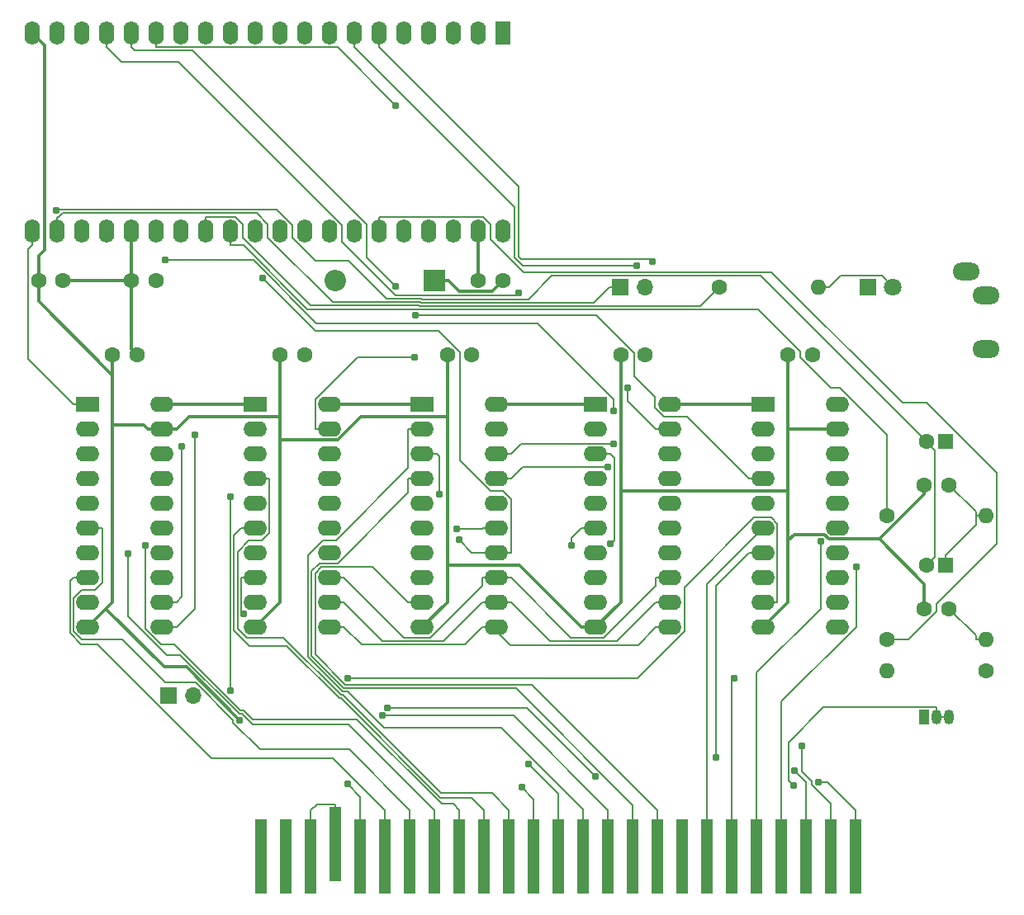
<source format=gbr>
%TF.GenerationSoftware,KiCad,Pcbnew,7.0.7*%
%TF.CreationDate,2023-10-18T23:35:30-07:00*%
%TF.ProjectId,WonrderTANG,576f6e72-6465-4725-9441-4e472e6b6963,rev?*%
%TF.SameCoordinates,Original*%
%TF.FileFunction,Copper,L1,Top*%
%TF.FilePolarity,Positive*%
%FSLAX46Y46*%
G04 Gerber Fmt 4.6, Leading zero omitted, Abs format (unit mm)*
G04 Created by KiCad (PCBNEW 7.0.7) date 2023-10-18 23:35:30*
%MOMM*%
%LPD*%
G01*
G04 APERTURE LIST*
%TA.AperFunction,ComponentPad*%
%ADD10C,1.600000*%
%TD*%
%TA.AperFunction,ComponentPad*%
%ADD11R,2.200000X2.200000*%
%TD*%
%TA.AperFunction,ComponentPad*%
%ADD12O,2.200000X2.200000*%
%TD*%
%TA.AperFunction,ComponentPad*%
%ADD13R,1.600000X1.600000*%
%TD*%
%TA.AperFunction,ComponentPad*%
%ADD14R,2.400000X1.600000*%
%TD*%
%TA.AperFunction,ComponentPad*%
%ADD15O,2.400000X1.600000*%
%TD*%
%TA.AperFunction,ComponentPad*%
%ADD16R,1.700000X1.700000*%
%TD*%
%TA.AperFunction,ComponentPad*%
%ADD17O,1.700000X1.700000*%
%TD*%
%TA.AperFunction,ComponentPad*%
%ADD18O,1.600000X1.600000*%
%TD*%
%TA.AperFunction,ComponentPad*%
%ADD19O,2.800000X1.800000*%
%TD*%
%TA.AperFunction,SMDPad,CuDef*%
%ADD20R,1.270000X7.620000*%
%TD*%
%TA.AperFunction,ComponentPad*%
%ADD21R,1.600000X2.400000*%
%TD*%
%TA.AperFunction,ComponentPad*%
%ADD22O,1.600000X2.400000*%
%TD*%
%TA.AperFunction,ComponentPad*%
%ADD23R,1.800000X1.800000*%
%TD*%
%TA.AperFunction,ComponentPad*%
%ADD24C,1.800000*%
%TD*%
%TA.AperFunction,ComponentPad*%
%ADD25R,1.050000X1.500000*%
%TD*%
%TA.AperFunction,ComponentPad*%
%ADD26O,1.050000X1.500000*%
%TD*%
%TA.AperFunction,ViaPad*%
%ADD27C,0.787400*%
%TD*%
%TA.AperFunction,Conductor*%
%ADD28C,0.304800*%
%TD*%
%TA.AperFunction,Conductor*%
%ADD29C,0.203200*%
%TD*%
G04 APERTURE END LIST*
D10*
%TO.P,C6,1*%
%TO.N,+3.3V*%
X85725000Y-88265000D03*
%TO.P,C6,2*%
%TO.N,GND*%
X83225000Y-88265000D03*
%TD*%
D11*
%TO.P,D2,1,K*%
%TO.N,+5V*%
X99060000Y-80645000D03*
D12*
%TO.P,D2,2,A*%
%TO.N,Net-(CON1-5V@1)*%
X88900000Y-80645000D03*
%TD*%
D10*
%TO.P,C8,1*%
%TO.N,+3.3V*%
X60960000Y-80645000D03*
%TO.P,C8,2*%
%TO.N,GND*%
X58460000Y-80645000D03*
%TD*%
%TO.P,C11,1*%
%TO.N,+3.3V*%
X68540000Y-88265000D03*
%TO.P,C11,2*%
%TO.N,GND*%
X66040000Y-88265000D03*
%TD*%
%TO.P,C5,1*%
%TO.N,+3.3V*%
X67945000Y-80645000D03*
%TO.P,C5,2*%
%TO.N,GND*%
X70445000Y-80645000D03*
%TD*%
D13*
%TO.P,C3,1*%
%TO.N,Net-(C3-Pad1)*%
X151450100Y-97155000D03*
D10*
%TO.P,C3,2*%
%TO.N,/AUDIO*%
X149450100Y-97155000D03*
%TD*%
D13*
%TO.P,C1,1*%
%TO.N,Net-(C1-Pad1)*%
X151450100Y-109855000D03*
D10*
%TO.P,C1,2*%
%TO.N,/AUDIO*%
X149450100Y-109855000D03*
%TD*%
D14*
%TO.P,U1,1,A->B*%
%TO.N,+3.3V*%
X80645000Y-93345000D03*
D15*
%TO.P,U1,2,A0*%
%TO.N,A0*%
X80645000Y-95885000D03*
%TO.P,U1,3,A1*%
%TO.N,A1*%
X80645000Y-98425000D03*
%TO.P,U1,4,A2*%
%TO.N,A2*%
X80645000Y-100965000D03*
%TO.P,U1,5,A3*%
%TO.N,A3*%
X80645000Y-103505000D03*
%TO.P,U1,6,A4*%
%TO.N,A4*%
X80645000Y-106045000D03*
%TO.P,U1,7,A5*%
%TO.N,A5*%
X80645000Y-108585000D03*
%TO.P,U1,8,A6*%
%TO.N,A6*%
X80645000Y-111125000D03*
%TO.P,U1,9,A7*%
%TO.N,A7*%
X80645000Y-113665000D03*
%TO.P,U1,10,GND*%
%TO.N,GND*%
X80645000Y-116205000D03*
%TO.P,U1,11,B7*%
%TO.N,MP7_33*%
X88265000Y-116205000D03*
%TO.P,U1,12,B6*%
%TO.N,MP6_33*%
X88265000Y-113665000D03*
%TO.P,U1,13,B5*%
%TO.N,MP5_33*%
X88265000Y-111125000D03*
%TO.P,U1,14,B4*%
%TO.N,MP4_33*%
X88265000Y-108585000D03*
%TO.P,U1,15,B3*%
%TO.N,MP3_33*%
X88265000Y-106045000D03*
%TO.P,U1,16,B2*%
%TO.N,MP2_33*%
X88265000Y-103505000D03*
%TO.P,U1,17,B1*%
%TO.N,MP1_33*%
X88265000Y-100965000D03*
%TO.P,U1,18,B0*%
%TO.N,MP0_33*%
X88265000Y-98425000D03*
%TO.P,U1,19,CE*%
%TO.N,MSEL0_33*%
X88265000Y-95885000D03*
%TO.P,U1,20,VCC*%
%TO.N,+3.3V*%
X88265000Y-93345000D03*
%TD*%
D16*
%TO.P,J3,1,Pin_1*%
%TO.N,/AUDIO*%
X71755000Y-123190000D03*
D17*
%TO.P,J3,2,Pin_2*%
%TO.N,SOUNDIN*%
X74295000Y-123190000D03*
%TD*%
D10*
%TO.P,R1,1*%
%TO.N,LED*%
X128270000Y-81280000D03*
D18*
%TO.P,R1,2*%
%TO.N,Net-(D1-A)*%
X138430000Y-81280000D03*
%TD*%
D19*
%TO.P,J2,R*%
%TO.N,/AUDIO*%
X155575000Y-87630000D03*
%TO.P,J2,S*%
%TO.N,GND*%
X153575000Y-79730000D03*
%TO.P,J2,T*%
%TO.N,/AUDIO*%
X155575000Y-82130000D03*
%TD*%
D20*
%TO.P,CON1,2,~{CS2}*%
%TO.N,CS2*%
X142240000Y-139700000D03*
%TO.P,CON1,4,~{SLTSL}*%
%TO.N,SLTSL*%
X139700000Y-139700000D03*
%TO.P,CON1,6,~{RFSH}*%
%TO.N,RFSH*%
X137160000Y-139700000D03*
%TO.P,CON1,8,~{INT}*%
%TO.N,INT*%
X134620000Y-139700000D03*
%TO.P,CON1,10,~{BUSDIR}*%
%TO.N,BUSDIR*%
X132080000Y-139700000D03*
%TO.P,CON1,12,~{MERQ}*%
%TO.N,MERQ*%
X129540000Y-139700000D03*
%TO.P,CON1,14,~{RD}*%
%TO.N,RD*%
X127000000Y-139700000D03*
%TO.P,CON1,16,RSV@2*%
%TO.N,unconnected-(CON1-RSV@2-Pad16)*%
X124460000Y-139700000D03*
%TO.P,CON1,18,A15*%
%TO.N,A15*%
X121920000Y-139700000D03*
%TO.P,CON1,20,A10*%
%TO.N,A10*%
X119380000Y-139700000D03*
%TO.P,CON1,22,A6*%
%TO.N,A6*%
X116840000Y-139700000D03*
%TO.P,CON1,24,A8*%
%TO.N,A8*%
X114300000Y-139700000D03*
%TO.P,CON1,26,A13*%
%TO.N,A13*%
X111760000Y-139700000D03*
%TO.P,CON1,28,A0*%
%TO.N,A0*%
X109220000Y-139700000D03*
%TO.P,CON1,30,A2*%
%TO.N,A2*%
X106680000Y-139700000D03*
%TO.P,CON1,32,A4*%
%TO.N,A4*%
X104140000Y-139700000D03*
%TO.P,CON1,34,D0*%
%TO.N,D0*%
X101600000Y-139700000D03*
%TO.P,CON1,36,D2*%
%TO.N,D2*%
X99060000Y-139700000D03*
%TO.P,CON1,38,D4*%
%TO.N,D4*%
X96520000Y-139700000D03*
%TO.P,CON1,40,D6*%
%TO.N,D6*%
X93980000Y-139700000D03*
%TO.P,CON1,42,CLOCK*%
%TO.N,CLOCK*%
X91440000Y-139700000D03*
%TO.P,CON1,44,SW1*%
%TO.N,Net-(CON1-SW1)*%
X88900000Y-138430000D03*
%TO.P,CON1,46,SW2*%
X86360000Y-139700000D03*
%TO.P,CON1,48,+12*%
%TO.N,unconnected-(CON1-+12-Pad48)*%
X83820000Y-139700000D03*
%TO.P,CON1,50,-12*%
%TO.N,unconnected-(CON1--12-Pad50)*%
X81280000Y-139700000D03*
%TD*%
D10*
%TO.P,R2,1*%
%TO.N,SOUND_33*%
X145415000Y-104775000D03*
D18*
%TO.P,R2,2*%
%TO.N,Net-(C1-Pad1)*%
X155575000Y-104775000D03*
%TD*%
D14*
%TO.P,U6,1,A->B*%
%TO.N,+3.3V*%
X115570000Y-93345000D03*
D15*
%TO.P,U6,2,A0*%
%TO.N,MERQ*%
X115570000Y-95885000D03*
%TO.P,U6,3,A1*%
%TO.N,IORQ*%
X115570000Y-98425000D03*
%TO.P,U6,4,A2*%
%TO.N,CS1*%
X115570000Y-100965000D03*
%TO.P,U6,5,A3*%
%TO.N,CS2*%
X115570000Y-103505000D03*
%TO.P,U6,6,A4*%
%TO.N,RESET*%
X115570000Y-106045000D03*
%TO.P,U6,7,A5*%
%TO.N,RFSH*%
X115570000Y-108585000D03*
%TO.P,U6,8,A6*%
%TO.N,CS12*%
X115570000Y-111125000D03*
%TO.P,U6,9,A7*%
%TO.N,M1*%
X115570000Y-113665000D03*
%TO.P,U6,10,GND*%
%TO.N,GND*%
X115570000Y-116205000D03*
%TO.P,U6,11,B7*%
%TO.N,MP7_33*%
X123190000Y-116205000D03*
%TO.P,U6,12,B6*%
%TO.N,MP6_33*%
X123190000Y-113665000D03*
%TO.P,U6,13,B5*%
%TO.N,MP5_33*%
X123190000Y-111125000D03*
%TO.P,U6,14,B4*%
%TO.N,MP4_33*%
X123190000Y-108585000D03*
%TO.P,U6,15,B3*%
%TO.N,MP3_33*%
X123190000Y-106045000D03*
%TO.P,U6,16,B2*%
%TO.N,MP2_33*%
X123190000Y-103505000D03*
%TO.P,U6,17,B1*%
%TO.N,MP1_33*%
X123190000Y-100965000D03*
%TO.P,U6,18,B0*%
%TO.N,MP0_33*%
X123190000Y-98425000D03*
%TO.P,U6,19,CE*%
%TO.N,MSEL2_33*%
X123190000Y-95885000D03*
%TO.P,U6,20,VCC*%
%TO.N,+3.3V*%
X123190000Y-93345000D03*
%TD*%
D10*
%TO.P,R4,1*%
%TO.N,+3.3V*%
X155575000Y-120650000D03*
D18*
%TO.P,R4,2*%
%TO.N,WAIT_33*%
X145415000Y-120650000D03*
%TD*%
D10*
%TO.P,C2,1*%
%TO.N,Net-(C1-Pad1)*%
X151765000Y-101600000D03*
%TO.P,C2,2*%
%TO.N,GND*%
X149265000Y-101600000D03*
%TD*%
D14*
%TO.P,U2,1,A->B*%
%TO.N,+3.3V*%
X132715000Y-93345000D03*
D15*
%TO.P,U2,2,A0*%
%TO.N,INT_33*%
X132715000Y-95885000D03*
%TO.P,U2,3,A1*%
%TO.N,BUSDIR_33*%
X132715000Y-98425000D03*
%TO.P,U2,4,A2*%
%TO.N,WAIT_33*%
X132715000Y-100965000D03*
%TO.P,U2,5,A3*%
%TO.N,unconnected-(U2-A3-Pad5)*%
X132715000Y-103505000D03*
%TO.P,U2,6,A4*%
%TO.N,RD*%
X132715000Y-106045000D03*
%TO.P,U2,7,A5*%
%TO.N,WR*%
X132715000Y-108585000D03*
%TO.P,U2,8,A6*%
%TO.N,SLTSL*%
X132715000Y-111125000D03*
%TO.P,U2,9,A7*%
%TO.N,CLOCK*%
X132715000Y-113665000D03*
%TO.P,U2,10,GND*%
%TO.N,GND*%
X132715000Y-116205000D03*
%TO.P,U2,11,B7*%
%TO.N,CLOCK_33*%
X140335000Y-116205000D03*
%TO.P,U2,12,B6*%
%TO.N,SLTSL_33*%
X140335000Y-113665000D03*
%TO.P,U2,13,B5*%
%TO.N,WR_33*%
X140335000Y-111125000D03*
%TO.P,U2,14,B4*%
%TO.N,RD_33*%
X140335000Y-108585000D03*
%TO.P,U2,15,B3*%
%TO.N,unconnected-(U2-B3-Pad15)*%
X140335000Y-106045000D03*
%TO.P,U2,16,B2*%
%TO.N,WAIT*%
X140335000Y-103505000D03*
%TO.P,U2,17,B1*%
%TO.N,BUSDIR*%
X140335000Y-100965000D03*
%TO.P,U2,18,B0*%
%TO.N,INT*%
X140335000Y-98425000D03*
%TO.P,U2,19,CE*%
%TO.N,GND*%
X140335000Y-95885000D03*
%TO.P,U2,20,VCC*%
%TO.N,+3.3V*%
X140335000Y-93345000D03*
%TD*%
D21*
%TO.P,U5,1,73_IOT40A*%
%TO.N,INT_33*%
X106045000Y-55245000D03*
D22*
%TO.P,U5,2,74_IOT34B*%
%TO.N,BUSDIR_33*%
X103505000Y-55245000D03*
%TO.P,U5,3,75_IOT34A*%
%TO.N,unconnected-(U5-75_IOT34A-Pad3)*%
X100965000Y-55245000D03*
%TO.P,U5,4,85_IOT4B*%
%TO.N,unconnected-(U5-85_IOT4B-Pad4)*%
X98425000Y-55245000D03*
%TO.P,U5,5,77_IOT30A*%
%TO.N,MP0_33*%
X95885000Y-55245000D03*
%TO.P,U5,6,15_IOL47A_LED0*%
%TO.N,RD_33*%
X93345000Y-55245000D03*
%TO.P,U5,7,16_IOL47B_LED1*%
%TO.N,WR_33*%
X90805000Y-55245000D03*
%TO.P,U5,8,27_IOB8A*%
%TO.N,MP1_33*%
X88265000Y-55245000D03*
%TO.P,U5,9,28_IOB8B*%
%TO.N,MP2_33*%
X85725000Y-55245000D03*
%TO.P,U5,10,25_IOB6A*%
%TO.N,MP3_33*%
X83185000Y-55245000D03*
%TO.P,U5,11,26_IOB6B*%
%TO.N,MP4_33*%
X80645000Y-55245000D03*
%TO.P,U5,12,29_IOB14A*%
%TO.N,MP5_33*%
X78105000Y-55245000D03*
%TO.P,U5,13,30_IOB14B*%
%TO.N,MP6_33*%
X75565000Y-55245000D03*
%TO.P,U5,14,31_IOB29A*%
%TO.N,MP7_33*%
X73025000Y-55245000D03*
%TO.P,U5,15,17_IOL49A_LED2*%
%TO.N,MSEL0_33*%
X70485000Y-55245000D03*
%TO.P,U5,16,20_IOL51B_LED5*%
%TO.N,MSEL1_33*%
X67945000Y-55245000D03*
%TO.P,U5,17,19_IOL51A_LED4*%
%TO.N,MSEL2_33*%
X65405000Y-55245000D03*
%TO.P,U5,18,18_IOL49B_LED3*%
%TO.N,SLTSL_33*%
X62865000Y-55245000D03*
%TO.P,U5,19,3V3*%
%TO.N,+3.3V*%
X60325000Y-55245000D03*
%TO.P,U5,20,GND*%
%TO.N,GND*%
X57785000Y-55245000D03*
%TO.P,U5,21,52_IOR39A*%
%TO.N,DATADIR*%
X57785000Y-75565000D03*
%TO.P,U5,22,53_IOR38B*%
%TO.N,JP*%
X60325000Y-75565000D03*
%TO.P,U5,23,71_IOT44A*%
%TO.N,D5_33*%
X62865000Y-75565000D03*
%TO.P,U5,24,72_IOT40B*%
%TO.N,D4_33*%
X65405000Y-75565000D03*
%TO.P,U5,25,3V3*%
%TO.N,+3.3V*%
X67945000Y-75565000D03*
%TO.P,U5,26,GND*%
%TO.N,GND*%
X70485000Y-75565000D03*
%TO.P,U5,27,79_IOT27B*%
%TO.N,D3_33*%
X73025000Y-75565000D03*
%TO.P,U5,28,86_IOT4A*%
%TO.N,LED*%
X75565000Y-75565000D03*
%TO.P,U5,29,49_IOR49A*%
%TO.N,SOUND_33*%
X78105000Y-75565000D03*
%TO.P,U5,30,55_IOR36B*%
%TO.N,D7_33*%
X80645000Y-75565000D03*
%TO.P,U5,31,48_IOR49B*%
%TO.N,D0_33*%
X83185000Y-75565000D03*
%TO.P,U5,32,51_IOR45A*%
%TO.N,D6_33*%
X85725000Y-75565000D03*
%TO.P,U5,33,54_IOR38A*%
%TO.N,D2_33*%
X88265000Y-75565000D03*
%TO.P,U5,34,56_IOR36A*%
%TO.N,D1_33*%
X90805000Y-75565000D03*
%TO.P,U5,35,41_IOB43A*%
%TO.N,AUDIO_33*%
X93345000Y-75565000D03*
%TO.P,U5,36,42_IOB42B*%
%TO.N,WAIT_33*%
X95885000Y-75565000D03*
%TO.P,U5,37,80_IOT27A*%
%TO.N,unconnected-(U5-80_IOT27A-Pad37)*%
X98425000Y-75565000D03*
%TO.P,U5,38,76_IOT30B*%
%TO.N,CLOCK_33*%
X100965000Y-75565000D03*
%TO.P,U5,39,GND*%
%TO.N,GND*%
X103505000Y-75565000D03*
%TO.P,U5,40,5V*%
%TO.N,+5V*%
X106045000Y-75565000D03*
%TD*%
D10*
%TO.P,C7,1*%
%TO.N,+3.3V*%
X102870000Y-88265000D03*
%TO.P,C7,2*%
%TO.N,GND*%
X100370000Y-88265000D03*
%TD*%
%TO.P,C10,1*%
%TO.N,+3.3V*%
X120650000Y-88265000D03*
%TO.P,C10,2*%
%TO.N,GND*%
X118150000Y-88265000D03*
%TD*%
%TO.P,C9,1*%
%TO.N,+3.3V*%
X137795000Y-88265000D03*
%TO.P,C9,2*%
%TO.N,GND*%
X135295000Y-88265000D03*
%TD*%
D23*
%TO.P,D1,1,K*%
%TO.N,GND*%
X143510000Y-81280000D03*
D24*
%TO.P,D1,2,A*%
%TO.N,Net-(D1-A)*%
X146050000Y-81280000D03*
%TD*%
D10*
%TO.P,C12,1*%
%TO.N,+5V*%
X106025000Y-80645000D03*
%TO.P,C12,2*%
%TO.N,GND*%
X103525000Y-80645000D03*
%TD*%
D14*
%TO.P,U4,1,A->B*%
%TO.N,DATADIR*%
X63500000Y-93345000D03*
D15*
%TO.P,U4,2,A0*%
%TO.N,D0*%
X63500000Y-95885000D03*
%TO.P,U4,3,A1*%
%TO.N,D1*%
X63500000Y-98425000D03*
%TO.P,U4,4,A2*%
%TO.N,D2*%
X63500000Y-100965000D03*
%TO.P,U4,5,A3*%
%TO.N,D3*%
X63500000Y-103505000D03*
%TO.P,U4,6,A4*%
%TO.N,D4*%
X63500000Y-106045000D03*
%TO.P,U4,7,A5*%
%TO.N,D5*%
X63500000Y-108585000D03*
%TO.P,U4,8,A6*%
%TO.N,D6*%
X63500000Y-111125000D03*
%TO.P,U4,9,A7*%
%TO.N,D7*%
X63500000Y-113665000D03*
%TO.P,U4,10,GND*%
%TO.N,GND*%
X63500000Y-116205000D03*
%TO.P,U4,11,B7*%
%TO.N,D7_33*%
X71120000Y-116205000D03*
%TO.P,U4,12,B6*%
%TO.N,D6_33*%
X71120000Y-113665000D03*
%TO.P,U4,13,B5*%
%TO.N,D5_33*%
X71120000Y-111125000D03*
%TO.P,U4,14,B4*%
%TO.N,D4_33*%
X71120000Y-108585000D03*
%TO.P,U4,15,B3*%
%TO.N,D3_33*%
X71120000Y-106045000D03*
%TO.P,U4,16,B2*%
%TO.N,D2_33*%
X71120000Y-103505000D03*
%TO.P,U4,17,B1*%
%TO.N,D1_33*%
X71120000Y-100965000D03*
%TO.P,U4,18,B0*%
%TO.N,D0_33*%
X71120000Y-98425000D03*
%TO.P,U4,19,CE*%
%TO.N,GND*%
X71120000Y-95885000D03*
%TO.P,U4,20,VCC*%
%TO.N,+3.3V*%
X71120000Y-93345000D03*
%TD*%
D10*
%TO.P,C4,1*%
%TO.N,Net-(C3-Pad1)*%
X151745000Y-114300000D03*
%TO.P,C4,2*%
%TO.N,GND*%
X149245000Y-114300000D03*
%TD*%
D14*
%TO.P,U3,1,A->B*%
%TO.N,+3.3V*%
X97790000Y-93345000D03*
D15*
%TO.P,U3,2,A0*%
%TO.N,A8*%
X97790000Y-95885000D03*
%TO.P,U3,3,A1*%
%TO.N,A9*%
X97790000Y-98425000D03*
%TO.P,U3,4,A2*%
%TO.N,A10*%
X97790000Y-100965000D03*
%TO.P,U3,5,A3*%
%TO.N,A11*%
X97790000Y-103505000D03*
%TO.P,U3,6,A4*%
%TO.N,A12*%
X97790000Y-106045000D03*
%TO.P,U3,7,A5*%
%TO.N,A13*%
X97790000Y-108585000D03*
%TO.P,U3,8,A6*%
%TO.N,A14*%
X97790000Y-111125000D03*
%TO.P,U3,9,A7*%
%TO.N,A15*%
X97790000Y-113665000D03*
%TO.P,U3,10,GND*%
%TO.N,GND*%
X97790000Y-116205000D03*
%TO.P,U3,11,B7*%
%TO.N,MP7_33*%
X105410000Y-116205000D03*
%TO.P,U3,12,B6*%
%TO.N,MP6_33*%
X105410000Y-113665000D03*
%TO.P,U3,13,B5*%
%TO.N,MP5_33*%
X105410000Y-111125000D03*
%TO.P,U3,14,B4*%
%TO.N,MP4_33*%
X105410000Y-108585000D03*
%TO.P,U3,15,B3*%
%TO.N,MP3_33*%
X105410000Y-106045000D03*
%TO.P,U3,16,B2*%
%TO.N,MP2_33*%
X105410000Y-103505000D03*
%TO.P,U3,17,B1*%
%TO.N,MP1_33*%
X105410000Y-100965000D03*
%TO.P,U3,18,B0*%
%TO.N,MP0_33*%
X105410000Y-98425000D03*
%TO.P,U3,19,CE*%
%TO.N,MSEL1_33*%
X105410000Y-95885000D03*
%TO.P,U3,20,VCC*%
%TO.N,+3.3V*%
X105410000Y-93345000D03*
%TD*%
D25*
%TO.P,Q1,1,E*%
%TO.N,GND*%
X149225000Y-125455000D03*
D26*
%TO.P,Q1,2,B*%
%TO.N,WAIT*%
X150495000Y-125455000D03*
%TO.P,Q1,3,C*%
X151765000Y-125455000D03*
%TD*%
D16*
%TO.P,J1,1,Pin_1*%
%TO.N,JP*%
X118105000Y-81280000D03*
D17*
%TO.P,J1,2,Pin_2*%
%TO.N,GND*%
X120645000Y-81280000D03*
%TD*%
D10*
%TO.P,R3,1*%
%TO.N,AUDIO_33*%
X145415000Y-117475000D03*
D18*
%TO.P,R3,2*%
%TO.N,Net-(C3-Pad1)*%
X155575000Y-117475000D03*
%TD*%
D27*
%TO.N,GND*%
X79052400Y-125763900D03*
%TO.N,A0*%
X108018400Y-132654500D03*
%TO.N,MERQ*%
X129746900Y-121409200D03*
%TO.N,IORQ*%
X117070900Y-107678500D03*
%TO.N,WR*%
X127898600Y-129533900D03*
%TO.N,RESET*%
X113081300Y-107810900D03*
%TO.N,CLOCK*%
X90155100Y-121434500D03*
X90094000Y-132298800D03*
%TO.N,D0*%
X69382500Y-107831400D03*
%TO.N,D2*%
X67568700Y-108666900D03*
%TO.N,A6*%
X93682700Y-125282800D03*
X79496600Y-114832500D03*
%TO.N,A7*%
X115487100Y-131481300D03*
X94202500Y-124470800D03*
%TO.N,A9*%
X99500400Y-102606200D03*
%TO.N,A13*%
X108687800Y-130244200D03*
%TO.N,RFSH*%
X135975700Y-130951400D03*
%TO.N,CS2*%
X138381300Y-132084300D03*
%TO.N,SLTSL*%
X136710900Y-128353300D03*
%TO.N,WAIT*%
X135838700Y-132459300D03*
%TO.N,INT*%
X142251900Y-109993100D03*
%TO.N,BUSDIR*%
X138639200Y-107412600D03*
%TO.N,SLTSL_33*%
X117428500Y-94004600D03*
X71376300Y-78505000D03*
%TO.N,WR_33*%
X119763300Y-79138100D03*
%TO.N,RD_33*%
X121358600Y-78682800D03*
%TO.N,D7_33*%
X74434300Y-96432800D03*
%TO.N,D6_33*%
X73153000Y-97675800D03*
%TO.N,MP4_33*%
X81367500Y-80354000D03*
X101520500Y-107246100D03*
%TO.N,MP3_33*%
X101294600Y-106097600D03*
%TO.N,MP1_33*%
X116767000Y-99778900D03*
%TO.N,MP0_33*%
X117426900Y-97365500D03*
%TO.N,MSEL0_33*%
X95072000Y-62647700D03*
X96972800Y-88509300D03*
%TO.N,MSEL1_33*%
X95060400Y-81226100D03*
%TO.N,MSEL2_33*%
X118854800Y-91604600D03*
X107680400Y-81880000D03*
%TO.N,WAIT_33*%
X97034200Y-84227700D03*
%TO.N,Net-(CON1-5V@1)*%
X78095800Y-102792400D03*
X78095800Y-122734900D03*
%TO.N,/AUDIO*%
X60243900Y-73455200D03*
%TD*%
D28*
%TO.N,+3.3V*%
X60960000Y-80645000D02*
X67945000Y-80645000D01*
X132715000Y-93345000D02*
X123190000Y-93345000D01*
X80645000Y-93345000D02*
X71120000Y-93345000D01*
X97790000Y-93345000D02*
X88265000Y-93345000D01*
X115570000Y-93345000D02*
X105410000Y-93345000D01*
X67945000Y-80645000D02*
X67945000Y-87670000D01*
X67945000Y-87670000D02*
X68540000Y-88265000D01*
X67945000Y-80645000D02*
X67945000Y-75565000D01*
%TO.N,GND*%
X89123400Y-96991700D02*
X83226500Y-96991700D01*
X100370000Y-88265000D02*
X100370000Y-113625000D01*
X144635000Y-107172300D02*
X139481700Y-107172300D01*
X149245000Y-111782300D02*
X144635000Y-107172300D01*
X58460000Y-82786800D02*
X58460000Y-80645000D01*
X100370000Y-109855000D02*
X107713300Y-109855000D01*
X135295000Y-113625000D02*
X132715000Y-116205000D01*
X71315000Y-120293200D02*
X73581700Y-120293200D01*
X66040000Y-95491300D02*
X69219600Y-95491300D01*
X135921100Y-106688900D02*
X135295000Y-107315000D01*
X71120000Y-95885000D02*
X72626700Y-95885000D01*
X135295000Y-88265000D02*
X135295000Y-113625000D01*
X138998300Y-106688900D02*
X135921100Y-106688900D01*
X83225000Y-113625000D02*
X80645000Y-116205000D01*
X58460000Y-80645000D02*
X58460000Y-78065000D01*
X73896700Y-94615000D02*
X72626700Y-95885000D01*
X118150000Y-88265000D02*
X118150000Y-113625000D01*
X66040000Y-113665000D02*
X63500000Y-116205000D01*
X100370000Y-113625000D02*
X97790000Y-116205000D01*
X115570000Y-116205000D02*
X114063300Y-116205000D01*
X103525000Y-80645000D02*
X103525000Y-75585000D01*
X59055000Y-77470000D02*
X59055000Y-56515000D01*
X107713300Y-109855000D02*
X114063300Y-116205000D01*
X135295000Y-95885000D02*
X140335000Y-95885000D01*
X135295000Y-102235000D02*
X118150000Y-102235000D01*
X73581700Y-120293200D02*
X79052400Y-125763900D01*
X83225000Y-94615000D02*
X73896700Y-94615000D01*
X149265000Y-102542300D02*
X144635000Y-107172300D01*
X118150000Y-113625000D02*
X115570000Y-116205000D01*
X69219600Y-95491300D02*
X69613300Y-95885000D01*
X59055000Y-56515000D02*
X57785000Y-55245000D01*
X83226500Y-96991700D02*
X83225000Y-96990200D01*
X65363400Y-114341600D02*
X71315000Y-120293200D01*
X100370000Y-94615000D02*
X91500100Y-94615000D01*
X149265000Y-101600000D02*
X149265000Y-102542300D01*
X91500100Y-94615000D02*
X89123400Y-96991700D01*
X103525000Y-75585000D02*
X103505000Y-75565000D01*
X83225000Y-88265000D02*
X83225000Y-113625000D01*
X149245000Y-114300000D02*
X149245000Y-111782300D01*
X66040000Y-88265000D02*
X66040000Y-113665000D01*
X71120000Y-95885000D02*
X69613300Y-95885000D01*
X66040000Y-90366800D02*
X58460000Y-82786800D01*
X139481700Y-107172300D02*
X138998300Y-106688900D01*
X58460000Y-78065000D02*
X59055000Y-77470000D01*
%TO.N,+5V*%
X101581200Y-81759500D02*
X100466700Y-80645000D01*
X99060000Y-80645000D02*
X100466700Y-80645000D01*
X104910500Y-81759500D02*
X101581200Y-81759500D01*
X106025000Y-80645000D02*
X104910500Y-81759500D01*
D29*
%TO.N,Net-(CON1-SW1)*%
X87009000Y-134364100D02*
X88900000Y-134364100D01*
X86360000Y-135013100D02*
X87009000Y-134364100D01*
X86360000Y-139700000D02*
X86360000Y-135013100D01*
X88900000Y-138430000D02*
X88900000Y-134364100D01*
%TO.N,A0*%
X109220000Y-139700000D02*
X109220000Y-133856100D01*
X109220000Y-133856100D02*
X108018400Y-132654500D01*
%TO.N,MERQ*%
X129540000Y-139700000D02*
X129540000Y-121616100D01*
X129540000Y-121616100D02*
X129746900Y-121409200D01*
%TO.N,IORQ*%
X115570000Y-98425000D02*
X117025900Y-98425000D01*
X117446400Y-107303000D02*
X117446400Y-98845500D01*
X117446400Y-98845500D02*
X117025900Y-98425000D01*
X117070900Y-107678500D02*
X117446400Y-107303000D01*
%TO.N,RD*%
X127000000Y-139700000D02*
X127000000Y-135634100D01*
X127000000Y-111760000D02*
X132715000Y-106045000D01*
X127000000Y-135634100D02*
X127000000Y-111760000D01*
%TO.N,WR*%
X127898600Y-111945500D02*
X131259100Y-108585000D01*
X127898600Y-129533900D02*
X127898600Y-111945500D01*
X132715000Y-108585000D02*
X131259100Y-108585000D01*
%TO.N,RESET*%
X114114100Y-106045000D02*
X113081300Y-107077800D01*
X115570000Y-106045000D02*
X114114100Y-106045000D01*
X113081300Y-107077800D02*
X113081300Y-107810900D01*
%TO.N,CLOCK*%
X134170900Y-113665000D02*
X134170900Y-105581400D01*
X124645900Y-116647800D02*
X119859200Y-121434500D01*
X91440000Y-139700000D02*
X91440000Y-133644800D01*
X119859200Y-121434500D02*
X90155100Y-121434500D01*
X134170900Y-105581400D02*
X133567200Y-104977700D01*
X133567200Y-104977700D02*
X131823100Y-104977700D01*
X131823100Y-104977700D02*
X124645900Y-112154900D01*
X91440000Y-133644800D02*
X90094000Y-132298800D01*
X132715000Y-113665000D02*
X134170900Y-113665000D01*
X124645900Y-112154900D02*
X124645900Y-116647800D01*
%TO.N,D0*%
X69382500Y-116387800D02*
X69382500Y-107831400D01*
X80367700Y-125654900D02*
X79469600Y-124756800D01*
X99758800Y-134347900D02*
X91065800Y-125654900D01*
X72369200Y-117964600D02*
X70959300Y-117964600D01*
X101600000Y-139700000D02*
X101600000Y-134954900D01*
X100993000Y-134347900D02*
X99758800Y-134347900D01*
X70959300Y-117964600D02*
X69382500Y-116387800D01*
X79469600Y-124756800D02*
X79161400Y-124756800D01*
X79161400Y-124756800D02*
X72369200Y-117964600D01*
X91065800Y-125654900D02*
X80367700Y-125654900D01*
X101600000Y-134954900D02*
X100993000Y-134347900D01*
%TO.N,D2*%
X67568700Y-115079600D02*
X67568700Y-108666900D01*
X99060000Y-134999200D02*
X90250600Y-126189800D01*
X79321500Y-125114300D02*
X79013300Y-125114300D01*
X72968200Y-119069200D02*
X71558300Y-119069200D01*
X90250600Y-126189800D02*
X80397000Y-126189800D01*
X79013300Y-125114300D02*
X72968200Y-119069200D01*
X80397000Y-126189800D02*
X79321500Y-125114300D01*
X99060000Y-139700000D02*
X99060000Y-134999200D01*
X71558300Y-119069200D02*
X67568700Y-115079600D01*
%TO.N,D4*%
X71395200Y-121840900D02*
X74518900Y-121840900D01*
X64955900Y-106045000D02*
X64955900Y-111628300D01*
X62874400Y-112395000D02*
X62044100Y-113225300D01*
X63500000Y-106045000D02*
X64955900Y-106045000D01*
X78402800Y-125724800D02*
X78402800Y-126032900D01*
X62044100Y-113225300D02*
X62044100Y-116642400D01*
X62044100Y-116642400D02*
X62866300Y-117464600D01*
X78402800Y-126032900D02*
X81140200Y-128770300D01*
X74518900Y-121840900D02*
X78402800Y-125724800D01*
X90272800Y-128770300D02*
X96520000Y-135017500D01*
X67018900Y-117464600D02*
X71395200Y-121840900D01*
X62866300Y-117464600D02*
X67018900Y-117464600D01*
X81140200Y-128770300D02*
X90272800Y-128770300D01*
X64189200Y-112395000D02*
X62874400Y-112395000D01*
X64955900Y-111628300D02*
X64189200Y-112395000D01*
X96520000Y-135017500D02*
X96520000Y-139700000D01*
%TO.N,D6*%
X93980000Y-135005700D02*
X88613400Y-129639100D01*
X61685100Y-111484000D02*
X62044100Y-111125000D01*
X61685100Y-116832400D02*
X61685100Y-111484000D01*
X76132200Y-129639100D02*
X64463500Y-117970400D01*
X62823100Y-117970400D02*
X61685100Y-116832400D01*
X64463500Y-117970400D02*
X62823100Y-117970400D01*
X63500000Y-111125000D02*
X62044100Y-111125000D01*
X93980000Y-139700000D02*
X93980000Y-135005700D01*
X88613400Y-129639100D02*
X76132200Y-129639100D01*
%TO.N,A2*%
X79762900Y-117260900D02*
X83546100Y-117260900D01*
X106680000Y-134983200D02*
X106680000Y-139700000D01*
X81324200Y-107315000D02*
X80005800Y-107315000D01*
X89441800Y-123156600D02*
X89641500Y-123156600D01*
X99725200Y-133240300D02*
X104937100Y-133240300D01*
X78831600Y-116329600D02*
X79762900Y-117260900D01*
X78831600Y-108489200D02*
X78831600Y-116329600D01*
X82100900Y-100965000D02*
X82100900Y-106538300D01*
X89641500Y-123156600D02*
X99725200Y-133240300D01*
X104937100Y-133240300D02*
X106680000Y-134983200D01*
X83546100Y-117260900D02*
X89441800Y-123156600D01*
X80645000Y-100965000D02*
X82100900Y-100965000D01*
X80005800Y-107315000D02*
X78831600Y-108489200D01*
X82100900Y-106538300D02*
X81324200Y-107315000D01*
%TO.N,A4*%
X102864000Y-133722300D02*
X104140000Y-134998300D01*
X83884500Y-118104900D02*
X89293700Y-123514100D01*
X99638800Y-133722300D02*
X102864000Y-133722300D01*
X78453300Y-106780800D02*
X78453300Y-116501800D01*
X89430600Y-123514100D02*
X99638800Y-133722300D01*
X80056400Y-118104900D02*
X83884500Y-118104900D01*
X89293700Y-123514100D02*
X89430600Y-123514100D01*
X78453300Y-116501800D02*
X80056400Y-118104900D01*
X80645000Y-106045000D02*
X79189100Y-106045000D01*
X79189100Y-106045000D02*
X78453300Y-106780800D01*
X104140000Y-134998300D02*
X104140000Y-139700000D01*
%TO.N,A6*%
X116840000Y-134987700D02*
X107135100Y-125282800D01*
X79496600Y-114832500D02*
X79189100Y-114525000D01*
X79189100Y-114525000D02*
X79189100Y-111125000D01*
X107135100Y-125282800D02*
X93682700Y-125282800D01*
X80645000Y-111125000D02*
X79189100Y-111125000D01*
X116840000Y-139700000D02*
X116840000Y-134987700D01*
%TO.N,A7*%
X108476600Y-124470800D02*
X94202500Y-124470800D01*
X115487100Y-131481300D02*
X108476600Y-124470800D01*
%TO.N,A9*%
X99245900Y-98425000D02*
X99500400Y-98679500D01*
X97790000Y-98425000D02*
X99245900Y-98425000D01*
X99500400Y-98679500D02*
X99500400Y-102606200D01*
%TO.N,A15*%
X96334100Y-113665000D02*
X92706300Y-110037200D01*
X86803000Y-119001000D02*
X89886100Y-122084100D01*
X92706300Y-110037200D02*
X87438300Y-110037200D01*
X97790000Y-113665000D02*
X96334100Y-113665000D01*
X87438300Y-110037200D02*
X86803000Y-110672500D01*
X86803000Y-110672500D02*
X86803000Y-119001000D01*
X121920000Y-134982000D02*
X121920000Y-139700000D01*
X109022100Y-122084100D02*
X121920000Y-134982000D01*
X89886100Y-122084100D02*
X109022100Y-122084100D01*
%TO.N,A10*%
X89094700Y-109660300D02*
X87212600Y-109660300D01*
X119380000Y-134455500D02*
X119380000Y-139700000D01*
X87212600Y-109660300D02*
X86431300Y-110441600D01*
X89738000Y-122441600D02*
X107366100Y-122441600D01*
X86431300Y-110441600D02*
X86431300Y-119134900D01*
X86431300Y-119134900D02*
X89738000Y-122441600D01*
X96334100Y-100965000D02*
X96334100Y-102420900D01*
X107366100Y-122441600D02*
X119380000Y-134455500D01*
X97790000Y-100965000D02*
X96334100Y-100965000D01*
X96334100Y-102420900D02*
X89094700Y-109660300D01*
%TO.N,A8*%
X87608500Y-107315000D02*
X86072300Y-108851200D01*
X96334100Y-95885000D02*
X96334100Y-99892200D01*
X86072300Y-119281500D02*
X89589900Y-122799100D01*
X89589900Y-122799100D02*
X90095300Y-122799100D01*
X105897300Y-126535000D02*
X114300000Y-134937700D01*
X97790000Y-95885000D02*
X96334100Y-95885000D01*
X86072300Y-108851200D02*
X86072300Y-119281500D01*
X114300000Y-134937700D02*
X114300000Y-139700000D01*
X90095300Y-122799100D02*
X93831200Y-126535000D01*
X93831200Y-126535000D02*
X105897300Y-126535000D01*
X88911300Y-107315000D02*
X87608500Y-107315000D01*
X96334100Y-99892200D02*
X88911300Y-107315000D01*
%TO.N,A13*%
X111760000Y-139700000D02*
X111760000Y-133316400D01*
X111760000Y-133316400D02*
X108687800Y-130244200D01*
%TO.N,RFSH*%
X135975700Y-130951400D02*
X137160000Y-132135700D01*
X137160000Y-132135700D02*
X137160000Y-139700000D01*
%TO.N,CS2*%
X142240000Y-134985400D02*
X142240000Y-139700000D01*
X139338900Y-132084300D02*
X142240000Y-134985400D01*
X138381300Y-132084300D02*
X139338900Y-132084300D01*
%TO.N,SLTSL*%
X136710900Y-130987300D02*
X137731600Y-132008000D01*
X136710900Y-128353300D02*
X136710900Y-130987300D01*
X139700000Y-134326400D02*
X139700000Y-139700000D01*
X137731600Y-132008000D02*
X137731600Y-132358000D01*
X137731600Y-132358000D02*
X139700000Y-134326400D01*
%TO.N,WAIT*%
X135324800Y-131945400D02*
X135324800Y-128058300D01*
X150495000Y-125455000D02*
X150495000Y-124449100D01*
X138934000Y-124449100D02*
X150495000Y-124449100D01*
X135838700Y-132459300D02*
X135324800Y-131945400D01*
X151765000Y-125455000D02*
X150495000Y-125455000D01*
X135324800Y-128058300D02*
X138934000Y-124449100D01*
%TO.N,INT*%
X142251900Y-116181400D02*
X142251900Y-109993100D01*
X134620000Y-139700000D02*
X134620000Y-123813300D01*
X134620000Y-123813300D02*
X142251900Y-116181400D01*
%TO.N,BUSDIR*%
X138639200Y-107412600D02*
X138639200Y-114332800D01*
X132080000Y-139700000D02*
X132080000Y-135634100D01*
X138639200Y-114332800D02*
X132080000Y-120892000D01*
X132080000Y-120892000D02*
X132080000Y-135634100D01*
%TO.N,SLTSL_33*%
X117428500Y-92810700D02*
X109636900Y-85019100D01*
X80437200Y-78505000D02*
X71376300Y-78505000D01*
X117428500Y-94004600D02*
X117428500Y-92810700D01*
X109636900Y-85019100D02*
X86951300Y-85019100D01*
X86951300Y-85019100D02*
X80437200Y-78505000D01*
%TO.N,WR_33*%
X108075900Y-79138100D02*
X119763300Y-79138100D01*
X107198300Y-78260500D02*
X108075900Y-79138100D01*
X107198300Y-73094200D02*
X107198300Y-78260500D01*
X90805000Y-55245000D02*
X90805000Y-56700900D01*
X90805000Y-56700900D02*
X107198300Y-73094200D01*
%TO.N,RD_33*%
X107653500Y-71009400D02*
X93345000Y-56700900D01*
X121358600Y-78682800D02*
X121103700Y-78427900D01*
X107873800Y-78427900D02*
X107653500Y-78207600D01*
X93345000Y-55245000D02*
X93345000Y-56700900D01*
X107653500Y-78207600D02*
X107653500Y-71009400D01*
X121103700Y-78427900D02*
X107873800Y-78427900D01*
%TO.N,D7_33*%
X71120000Y-116205000D02*
X72575900Y-116205000D01*
X72575900Y-116205000D02*
X74434300Y-114346600D01*
X74434300Y-114346600D02*
X74434300Y-96432800D01*
%TO.N,D6_33*%
X72575900Y-113665000D02*
X73153000Y-113087900D01*
X71120000Y-113665000D02*
X72575900Y-113665000D01*
X73153000Y-113087900D02*
X73153000Y-97675800D01*
%TO.N,SOUND_33*%
X145415000Y-96487900D02*
X140565000Y-91637900D01*
X136545000Y-87957300D02*
X132205700Y-83618000D01*
X132205700Y-83618000D02*
X97343200Y-83618000D01*
X86015900Y-83578100D02*
X79458700Y-77020900D01*
X97343200Y-83618000D02*
X97303300Y-83578100D01*
X136545000Y-88552200D02*
X136545000Y-87957300D01*
X79458700Y-77020900D02*
X78105000Y-77020900D01*
X78105000Y-75565000D02*
X78105000Y-77020900D01*
X145415000Y-104775000D02*
X145415000Y-96487900D01*
X140565000Y-91637900D02*
X139630700Y-91637900D01*
X139630700Y-91637900D02*
X136545000Y-88552200D01*
X97303300Y-83578100D02*
X86015900Y-83578100D01*
%TO.N,MP7_33*%
X91531200Y-118015300D02*
X102143800Y-118015300D01*
X106774600Y-118019900D02*
X119919200Y-118019900D01*
X105410000Y-116205000D02*
X104959700Y-116205000D01*
X119919200Y-118019900D02*
X121734100Y-116205000D01*
X102143800Y-118015300D02*
X103954100Y-116205000D01*
X123190000Y-116205000D02*
X121734100Y-116205000D01*
X104959700Y-116205000D02*
X103954100Y-116205000D01*
X88265000Y-116205000D02*
X89720900Y-116205000D01*
X104959700Y-116205000D02*
X106774600Y-118019900D01*
X89720900Y-116205000D02*
X91531200Y-118015300D01*
%TO.N,MP6_33*%
X99977700Y-117641400D02*
X103954100Y-113665000D01*
X123190000Y-113665000D02*
X121734100Y-113665000D01*
X88265000Y-113665000D02*
X89720900Y-113665000D01*
X110858800Y-117657900D02*
X106865900Y-113665000D01*
X117741200Y-117657900D02*
X110858800Y-117657900D01*
X121734100Y-113665000D02*
X117741200Y-117657900D01*
X89720900Y-113665000D02*
X93697300Y-117641400D01*
X93697300Y-117641400D02*
X99977700Y-117641400D01*
X105410000Y-113665000D02*
X103954100Y-113665000D01*
X105410000Y-113665000D02*
X106865900Y-113665000D01*
%TO.N,MP5_33*%
X105410000Y-111125000D02*
X106865900Y-111125000D01*
X98630500Y-117267500D02*
X95863400Y-117267500D01*
X113009900Y-117269000D02*
X106865900Y-111125000D01*
X88265000Y-111125000D02*
X89720900Y-111125000D01*
X103954100Y-111943900D02*
X98630500Y-117267500D01*
X116409000Y-117269000D02*
X113009900Y-117269000D01*
X121734100Y-111125000D02*
X121734100Y-111943900D01*
X103954100Y-111125000D02*
X103954100Y-111943900D01*
X121734100Y-111943900D02*
X116409000Y-117269000D01*
X95863400Y-117267500D02*
X89720900Y-111125000D01*
X105410000Y-111125000D02*
X103954100Y-111125000D01*
X123190000Y-111125000D02*
X121734100Y-111125000D01*
%TO.N,MP4_33*%
X101620000Y-99113700D02*
X101620000Y-88009700D01*
X102859400Y-108585000D02*
X105410000Y-108585000D01*
X101620000Y-88009700D02*
X99411100Y-85800800D01*
X104741300Y-102235000D02*
X101620000Y-99113700D01*
X99411100Y-85800800D02*
X86814300Y-85800800D01*
X106865900Y-108585000D02*
X106865900Y-103050200D01*
X106050700Y-102235000D02*
X104741300Y-102235000D01*
X106865900Y-103050200D02*
X106050700Y-102235000D01*
X105410000Y-108585000D02*
X106865900Y-108585000D01*
X101520500Y-107246100D02*
X102859400Y-108585000D01*
X86814300Y-85800800D02*
X81367500Y-80354000D01*
%TO.N,MP3_33*%
X105410000Y-106045000D02*
X103954100Y-106045000D01*
X103901500Y-106097600D02*
X103954100Y-106045000D01*
X101294600Y-106097600D02*
X103901500Y-106097600D01*
%TO.N,MP1_33*%
X105410000Y-100965000D02*
X106865900Y-100965000D01*
X106865900Y-100965000D02*
X108052000Y-99778900D01*
X108052000Y-99778900D02*
X116767000Y-99778900D01*
%TO.N,MP0_33*%
X107925400Y-97365500D02*
X117426900Y-97365500D01*
X105410000Y-98425000D02*
X106865900Y-98425000D01*
X106865900Y-98425000D02*
X107925400Y-97365500D01*
%TO.N,MSEL0_33*%
X89125200Y-56700900D02*
X70485000Y-56700900D01*
X86809100Y-92872400D02*
X91172200Y-88509300D01*
X70485000Y-55245000D02*
X70485000Y-56700900D01*
X95072000Y-62647700D02*
X89125200Y-56700900D01*
X88265000Y-95885000D02*
X86809100Y-95885000D01*
X86809100Y-95885000D02*
X86809100Y-92872400D01*
X91172200Y-88509300D02*
X96972800Y-88509300D01*
%TO.N,MSEL1_33*%
X67945000Y-56700900D02*
X68302500Y-57058400D01*
X68302500Y-57058400D02*
X74238100Y-57058400D01*
X74238100Y-57058400D02*
X92075000Y-74895300D01*
X92075000Y-74895300D02*
X92075000Y-78240700D01*
X67945000Y-55245000D02*
X67945000Y-56700900D01*
X92075000Y-78240700D02*
X95060400Y-81226100D01*
%TO.N,MSEL2_33*%
X107383300Y-82177100D02*
X107680400Y-81880000D01*
X65405000Y-55245000D02*
X65405000Y-56700900D01*
X97895700Y-82148100D02*
X97924700Y-82177100D01*
X72781500Y-58186100D02*
X89535000Y-74939600D01*
X66890200Y-58186100D02*
X72781500Y-58186100D01*
X95063800Y-82148100D02*
X97895700Y-82148100D01*
X89535000Y-76619300D02*
X95063800Y-82148100D01*
X121734100Y-95885000D02*
X118854800Y-93005700D01*
X118854800Y-93005700D02*
X118854800Y-91604600D01*
X97924700Y-82177100D02*
X107383300Y-82177100D01*
X65405000Y-56700900D02*
X66890200Y-58186100D01*
X123190000Y-95885000D02*
X121734100Y-95885000D01*
X89535000Y-74939600D02*
X89535000Y-76619300D01*
%TO.N,Net-(C1-Pad1)*%
X151450100Y-109855000D02*
X151450100Y-108799100D01*
X154519100Y-105730100D02*
X154519100Y-104775000D01*
X154519100Y-104775000D02*
X154519100Y-104354100D01*
X155575000Y-104775000D02*
X154519100Y-104775000D01*
X154519100Y-104354100D02*
X151765000Y-101600000D01*
X151450100Y-108799100D02*
X154519100Y-105730100D01*
%TO.N,WAIT_33*%
X132715000Y-100965000D02*
X131259100Y-100965000D01*
X121590100Y-92553100D02*
X121590100Y-93640500D01*
X121590100Y-93640500D02*
X122564600Y-94615000D01*
X97034200Y-84227700D02*
X115627500Y-84227700D01*
X124909100Y-94615000D02*
X131259100Y-100965000D01*
X122564600Y-94615000D02*
X124909100Y-94615000D01*
X119502900Y-90465900D02*
X121590100Y-92553100D01*
X115627500Y-84227700D02*
X119502900Y-88103100D01*
X119502900Y-88103100D02*
X119502900Y-90465900D01*
%TO.N,Net-(CON1-5V@1)*%
X78095800Y-102792400D02*
X78095800Y-122734900D01*
%TO.N,JP*%
X97639400Y-82903000D02*
X97599500Y-82863100D01*
X118105000Y-81280000D02*
X116999100Y-81280000D01*
X115376100Y-82903000D02*
X97639400Y-82903000D01*
X81915000Y-74866600D02*
X80780700Y-73732300D01*
X116999100Y-81280000D02*
X115376100Y-82903000D01*
X60508700Y-74109100D02*
X60325000Y-74109100D01*
X80780700Y-73732300D02*
X60885500Y-73732300D01*
X81915000Y-76202000D02*
X81915000Y-74866600D01*
X60885500Y-73732300D02*
X60508700Y-74109100D01*
X88576100Y-82863100D02*
X81915000Y-76202000D01*
X97599500Y-82863100D02*
X88576100Y-82863100D01*
X60325000Y-75565000D02*
X60325000Y-74109100D01*
%TO.N,DATADIR*%
X57785000Y-75565000D02*
X57785000Y-77020900D01*
X57365700Y-77440200D02*
X57365700Y-88666600D01*
X63500000Y-93345000D02*
X62044100Y-93345000D01*
X57365700Y-88666600D02*
X62044100Y-93345000D01*
X57785000Y-77020900D02*
X57365700Y-77440200D01*
%TO.N,LED*%
X79375000Y-74909600D02*
X78574500Y-74109100D01*
X79375000Y-76268700D02*
X79375000Y-74909600D01*
X128270000Y-81280000D02*
X126289500Y-83260500D01*
X75565000Y-75565000D02*
X75565000Y-74109100D01*
X97491300Y-83260500D02*
X97451400Y-83220600D01*
X126289500Y-83260500D02*
X97491300Y-83260500D01*
X78574500Y-74109100D02*
X75565000Y-74109100D01*
X97451400Y-83220600D02*
X86326900Y-83220600D01*
X86326900Y-83220600D02*
X79375000Y-76268700D01*
%TO.N,AUDIO_33*%
X104775000Y-76438200D02*
X104775000Y-74888000D01*
X147643800Y-117475000D02*
X150495000Y-114623800D01*
X103996100Y-74109100D02*
X93345000Y-74109100D01*
X146989700Y-93203400D02*
X133576900Y-79790600D01*
X104775000Y-74888000D02*
X103996100Y-74109100D01*
X156686400Y-107606000D02*
X156686400Y-100402600D01*
X93345000Y-75565000D02*
X93345000Y-74109100D01*
X133576900Y-79790600D02*
X108127400Y-79790600D01*
X108127400Y-79790600D02*
X104775000Y-76438200D01*
X156686400Y-100402600D02*
X149487200Y-93203400D01*
X150495000Y-114623800D02*
X150495000Y-113797400D01*
X145415000Y-117475000D02*
X147643800Y-117475000D01*
X150495000Y-113797400D02*
X156686400Y-107606000D01*
X149487200Y-93203400D02*
X146989700Y-93203400D01*
%TO.N,Net-(D1-A)*%
X140641800Y-80124100D02*
X139485900Y-81280000D01*
X138430000Y-81280000D02*
X139485900Y-81280000D01*
X146050000Y-81280000D02*
X144894100Y-80124100D01*
X144894100Y-80124100D02*
X140641800Y-80124100D01*
%TO.N,Net-(C3-Pad1)*%
X155575000Y-117475000D02*
X154519100Y-117475000D01*
X154519100Y-117074100D02*
X151745000Y-114300000D01*
X154519100Y-117475000D02*
X154519100Y-117074100D01*
%TO.N,/AUDIO*%
X90221600Y-78584000D02*
X86810600Y-78584000D01*
X111038500Y-80161800D02*
X108654800Y-82545500D01*
X94143200Y-82505600D02*
X90221600Y-78584000D01*
X84455000Y-74932400D02*
X82882600Y-73360000D01*
X82882600Y-73360000D02*
X60339100Y-73360000D01*
X86810600Y-78584000D02*
X84455000Y-76228400D01*
X149450100Y-97155000D02*
X150336600Y-98041500D01*
X132456900Y-80161800D02*
X111038500Y-80161800D01*
X150336600Y-98041500D02*
X150336600Y-108968500D01*
X108654800Y-82545500D02*
X97787500Y-82545500D01*
X60339100Y-73360000D02*
X60243900Y-73455200D01*
X150336600Y-108968500D02*
X149450100Y-109855000D01*
X97747600Y-82505600D02*
X94143200Y-82505600D01*
X149450100Y-97155000D02*
X132456900Y-80161800D01*
X97787500Y-82545500D02*
X97747600Y-82505600D01*
X84455000Y-76228400D02*
X84455000Y-74932400D01*
%TD*%
M02*

</source>
